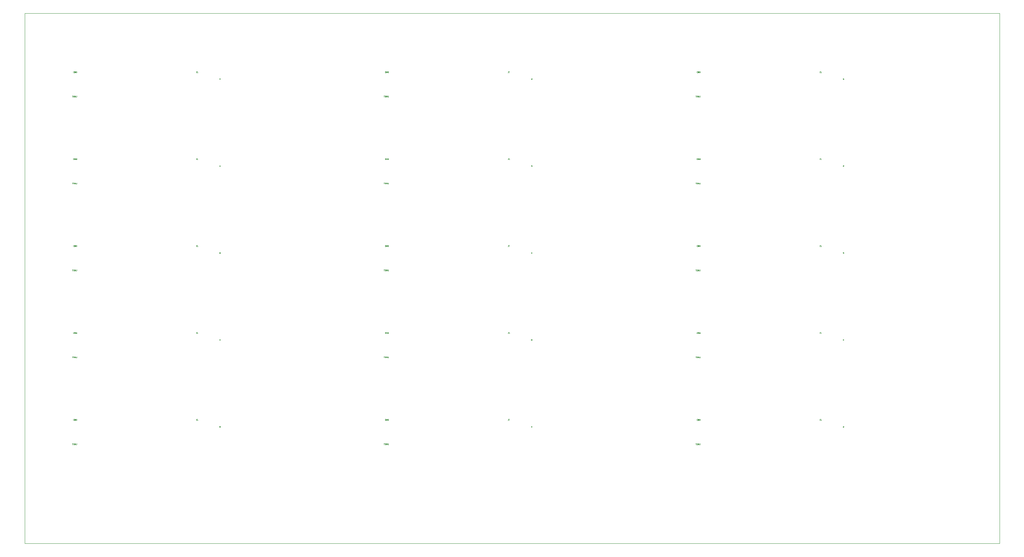
<source format=gbo>
G04*
G04 #@! TF.GenerationSoftware,Altium Limited,Altium Designer,21.4.1 (30)*
G04*
G04 Layer_Color=32896*
%FSLAX44Y44*%
%MOMM*%
G71*
G04*
G04 #@! TF.SameCoordinates,2D73B175-FFCD-4784-8361-F00341A9FACE*
G04*
G04*
G04 #@! TF.FilePolarity,Positive*
G04*
G01*
G75*
%ADD41C,0.1000*%
%ADD43C,0.2000*%
%ADD49C,0.0500*%
D41*
X2300000Y0D02*
Y1252400D01*
X-0Y0D02*
X0Y1252400D01*
X-0D02*
X2300000D01*
X0Y0D02*
X2300000D01*
D43*
X461000Y274490D02*
G03*
X461000Y276490I0J1000D01*
G01*
D02*
G03*
X461000Y274490I0J-1000D01*
G01*
X1196400D02*
G03*
X1196400Y276490I0J1000D01*
G01*
D02*
G03*
X1196400Y274490I0J-1000D01*
G01*
X1931800D02*
G03*
X1931800Y276490I0J1000D01*
G01*
D02*
G03*
X1931800Y274490I0J-1000D01*
G01*
X461000Y479861D02*
G03*
X461000Y481861I0J1000D01*
G01*
D02*
G03*
X461000Y479861I0J-1000D01*
G01*
X1196400D02*
G03*
X1196400Y481861I0J1000D01*
G01*
D02*
G03*
X1196400Y479861I0J-1000D01*
G01*
X1931800D02*
G03*
X1931800Y481861I0J1000D01*
G01*
D02*
G03*
X1931800Y479861I0J-1000D01*
G01*
X461000Y685233D02*
G03*
X461000Y687233I0J1000D01*
G01*
D02*
G03*
X461000Y685233I0J-1000D01*
G01*
X1196400D02*
G03*
X1196400Y687233I0J1000D01*
G01*
D02*
G03*
X1196400Y685233I0J-1000D01*
G01*
X1931800D02*
G03*
X1931800Y687233I0J1000D01*
G01*
D02*
G03*
X1931800Y685233I0J-1000D01*
G01*
X461000Y890604D02*
G03*
X461000Y892604I0J1000D01*
G01*
D02*
G03*
X461000Y890604I0J-1000D01*
G01*
X1196400D02*
G03*
X1196400Y892604I0J1000D01*
G01*
D02*
G03*
X1196400Y890604I0J-1000D01*
G01*
X1931800D02*
G03*
X1931800Y892604I0J1000D01*
G01*
D02*
G03*
X1931800Y890604I0J-1000D01*
G01*
X461000Y1095975D02*
G03*
X461000Y1097975I0J1000D01*
G01*
D02*
G03*
X461000Y1095975I0J-1000D01*
G01*
X1196400D02*
G03*
X1196400Y1097975I0J1000D01*
G01*
D02*
G03*
X1196400Y1095975I0J-1000D01*
G01*
X1931800D02*
G03*
X1931800Y1097975I0J1000D01*
G01*
D02*
G03*
X1931800Y1095975I0J-1000D01*
G01*
D49*
X120897Y293219D02*
X121397Y293719D01*
X122396D01*
X122896Y293219D01*
Y291220D01*
X122396Y290720D01*
X121397D01*
X120897Y291220D01*
Y292220D01*
X121896D01*
X119897Y290720D02*
Y293719D01*
X117898Y290720D01*
Y293719D01*
X116898D02*
Y290720D01*
X115398D01*
X114899Y291220D01*
Y293219D01*
X115398Y293719D01*
X116898D01*
X406700Y293899D02*
X407700D01*
X407200D01*
Y291400D01*
X407700Y290900D01*
X408200D01*
X408699Y291400D01*
X405700Y290900D02*
X404701D01*
X405201D01*
Y293899D01*
X405700Y293400D01*
X122896Y236315D02*
Y233816D01*
X122396Y233316D01*
X121397D01*
X120897Y233816D01*
Y236315D01*
X119897Y233316D02*
Y235315D01*
X118897Y236315D01*
X117898Y235315D01*
Y233316D01*
Y234816D01*
X119897D01*
X116898Y233316D02*
Y236315D01*
X115398D01*
X114899Y235815D01*
Y234816D01*
X115398Y234316D01*
X116898D01*
X115898D02*
X114899Y233316D01*
X113899Y236315D02*
X111899D01*
X112899D01*
Y233316D01*
X856297Y293219D02*
X856796Y293719D01*
X857796D01*
X858296Y293219D01*
Y291220D01*
X857796Y290720D01*
X856796D01*
X856297Y291220D01*
Y292220D01*
X857296D01*
X855297Y290720D02*
Y293719D01*
X853298Y290720D01*
Y293719D01*
X852298D02*
Y290720D01*
X850798D01*
X850299Y291220D01*
Y293219D01*
X850798Y293719D01*
X852298D01*
X1142100Y293899D02*
X1143100D01*
X1142600D01*
Y291400D01*
X1143100Y290900D01*
X1143599D01*
X1144099Y291400D01*
X1141100Y290900D02*
X1140101D01*
X1140601D01*
Y293899D01*
X1141100Y293400D01*
X858296Y236315D02*
Y233816D01*
X857796Y233316D01*
X856796D01*
X856297Y233816D01*
Y236315D01*
X855297Y233316D02*
Y235315D01*
X854297Y236315D01*
X853298Y235315D01*
Y233316D01*
Y234816D01*
X855297D01*
X852298Y233316D02*
Y236315D01*
X850798D01*
X850299Y235815D01*
Y234816D01*
X850798Y234316D01*
X852298D01*
X851298D02*
X850299Y233316D01*
X849299Y236315D02*
X847299D01*
X848299D01*
Y233316D01*
X1591697Y293219D02*
X1592197Y293719D01*
X1593196D01*
X1593696Y293219D01*
Y291220D01*
X1593196Y290720D01*
X1592197D01*
X1591697Y291220D01*
Y292220D01*
X1592696D01*
X1590697Y290720D02*
Y293719D01*
X1588698Y290720D01*
Y293719D01*
X1587698D02*
Y290720D01*
X1586198D01*
X1585699Y291220D01*
Y293219D01*
X1586198Y293719D01*
X1587698D01*
X1877500Y293899D02*
X1878500D01*
X1878000D01*
Y291400D01*
X1878500Y290900D01*
X1878999D01*
X1879499Y291400D01*
X1876500Y290900D02*
X1875501D01*
X1876001D01*
Y293899D01*
X1876500Y293400D01*
X1593696Y236315D02*
Y233816D01*
X1593196Y233316D01*
X1592197D01*
X1591697Y233816D01*
Y236315D01*
X1590697Y233316D02*
Y235315D01*
X1589697Y236315D01*
X1588698Y235315D01*
Y233316D01*
Y234816D01*
X1590697D01*
X1587698Y233316D02*
Y236315D01*
X1586198D01*
X1585699Y235815D01*
Y234816D01*
X1586198Y234316D01*
X1587698D01*
X1586698D02*
X1585699Y233316D01*
X1584699Y236315D02*
X1582700D01*
X1583699D01*
Y233316D01*
X120897Y498591D02*
X121397Y499090D01*
X122396D01*
X122896Y498591D01*
Y496591D01*
X122396Y496091D01*
X121397D01*
X120897Y496591D01*
Y497591D01*
X121896D01*
X119897Y496091D02*
Y499090D01*
X117898Y496091D01*
Y499090D01*
X116898D02*
Y496091D01*
X115398D01*
X114899Y496591D01*
Y498591D01*
X115398Y499090D01*
X116898D01*
X406700Y499271D02*
X407700D01*
X407200D01*
Y496772D01*
X407700Y496272D01*
X408200D01*
X408699Y496772D01*
X405700Y496272D02*
X404701D01*
X405201D01*
Y499271D01*
X405700Y498771D01*
X122896Y441686D02*
Y439187D01*
X122396Y438687D01*
X121397D01*
X120897Y439187D01*
Y441686D01*
X119897Y438687D02*
Y440687D01*
X118897Y441686D01*
X117898Y440687D01*
Y438687D01*
Y440187D01*
X119897D01*
X116898Y438687D02*
Y441686D01*
X115398D01*
X114899Y441186D01*
Y440187D01*
X115398Y439687D01*
X116898D01*
X115898D02*
X114899Y438687D01*
X113899Y441686D02*
X111899D01*
X112899D01*
Y438687D01*
X856297Y498591D02*
X856796Y499090D01*
X857796D01*
X858296Y498591D01*
Y496591D01*
X857796Y496091D01*
X856796D01*
X856297Y496591D01*
Y497591D01*
X857296D01*
X855297Y496091D02*
Y499090D01*
X853298Y496091D01*
Y499090D01*
X852298D02*
Y496091D01*
X850798D01*
X850299Y496591D01*
Y498591D01*
X850798Y499090D01*
X852298D01*
X1142100Y499271D02*
X1143100D01*
X1142600D01*
Y496772D01*
X1143100Y496272D01*
X1143599D01*
X1144099Y496772D01*
X1141100Y496272D02*
X1140101D01*
X1140601D01*
Y499271D01*
X1141100Y498771D01*
X858296Y441686D02*
Y439187D01*
X857796Y438687D01*
X856796D01*
X856297Y439187D01*
Y441686D01*
X855297Y438687D02*
Y440687D01*
X854297Y441686D01*
X853298Y440687D01*
Y438687D01*
Y440187D01*
X855297D01*
X852298Y438687D02*
Y441686D01*
X850798D01*
X850299Y441186D01*
Y440187D01*
X850798Y439687D01*
X852298D01*
X851298D02*
X850299Y438687D01*
X849299Y441686D02*
X847299D01*
X848299D01*
Y438687D01*
X1591697Y498591D02*
X1592197Y499090D01*
X1593196D01*
X1593696Y498591D01*
Y496591D01*
X1593196Y496091D01*
X1592197D01*
X1591697Y496591D01*
Y497591D01*
X1592696D01*
X1590697Y496091D02*
Y499090D01*
X1588698Y496091D01*
Y499090D01*
X1587698D02*
Y496091D01*
X1586198D01*
X1585699Y496591D01*
Y498591D01*
X1586198Y499090D01*
X1587698D01*
X1877500Y499271D02*
X1878500D01*
X1878000D01*
Y496772D01*
X1878500Y496272D01*
X1878999D01*
X1879499Y496772D01*
X1876500Y496272D02*
X1875501D01*
X1876001D01*
Y499271D01*
X1876500Y498771D01*
X1593696Y441686D02*
Y439187D01*
X1593196Y438687D01*
X1592197D01*
X1591697Y439187D01*
Y441686D01*
X1590697Y438687D02*
Y440687D01*
X1589697Y441686D01*
X1588698Y440687D01*
Y438687D01*
Y440187D01*
X1590697D01*
X1587698Y438687D02*
Y441686D01*
X1586198D01*
X1585699Y441186D01*
Y440187D01*
X1586198Y439687D01*
X1587698D01*
X1586698D02*
X1585699Y438687D01*
X1584699Y441686D02*
X1582700D01*
X1583699D01*
Y438687D01*
X120897Y703962D02*
X121397Y704462D01*
X122396D01*
X122896Y703962D01*
Y701963D01*
X122396Y701463D01*
X121397D01*
X120897Y701963D01*
Y702962D01*
X121896D01*
X119897Y701463D02*
Y704462D01*
X117898Y701463D01*
Y704462D01*
X116898D02*
Y701463D01*
X115398D01*
X114899Y701963D01*
Y703962D01*
X115398Y704462D01*
X116898D01*
X406700Y704642D02*
X407700D01*
X407200D01*
Y702143D01*
X407700Y701643D01*
X408200D01*
X408699Y702143D01*
X405700Y701643D02*
X404701D01*
X405201D01*
Y704642D01*
X405700Y704142D01*
X122896Y647058D02*
Y644559D01*
X122396Y644059D01*
X121397D01*
X120897Y644559D01*
Y647058D01*
X119897Y644059D02*
Y646058D01*
X118897Y647058D01*
X117898Y646058D01*
Y644059D01*
Y645558D01*
X119897D01*
X116898Y644059D02*
Y647058D01*
X115398D01*
X114899Y646558D01*
Y645558D01*
X115398Y645058D01*
X116898D01*
X115898D02*
X114899Y644059D01*
X113899Y647058D02*
X111899D01*
X112899D01*
Y644059D01*
X856297Y703962D02*
X856796Y704462D01*
X857796D01*
X858296Y703962D01*
Y701963D01*
X857796Y701463D01*
X856796D01*
X856297Y701963D01*
Y702962D01*
X857296D01*
X855297Y701463D02*
Y704462D01*
X853298Y701463D01*
Y704462D01*
X852298D02*
Y701463D01*
X850798D01*
X850299Y701963D01*
Y703962D01*
X850798Y704462D01*
X852298D01*
X1142100Y704642D02*
X1143100D01*
X1142600D01*
Y702143D01*
X1143100Y701643D01*
X1143599D01*
X1144099Y702143D01*
X1141100Y701643D02*
X1140101D01*
X1140601D01*
Y704642D01*
X1141100Y704142D01*
X858296Y647058D02*
Y644559D01*
X857796Y644059D01*
X856796D01*
X856297Y644559D01*
Y647058D01*
X855297Y644059D02*
Y646058D01*
X854297Y647058D01*
X853298Y646058D01*
Y644059D01*
Y645558D01*
X855297D01*
X852298Y644059D02*
Y647058D01*
X850798D01*
X850299Y646558D01*
Y645558D01*
X850798Y645058D01*
X852298D01*
X851298D02*
X850299Y644059D01*
X849299Y647058D02*
X847299D01*
X848299D01*
Y644059D01*
X1591697Y703962D02*
X1592197Y704462D01*
X1593196D01*
X1593696Y703962D01*
Y701963D01*
X1593196Y701463D01*
X1592197D01*
X1591697Y701963D01*
Y702962D01*
X1592696D01*
X1590697Y701463D02*
Y704462D01*
X1588698Y701463D01*
Y704462D01*
X1587698D02*
Y701463D01*
X1586198D01*
X1585699Y701963D01*
Y703962D01*
X1586198Y704462D01*
X1587698D01*
X1877500Y704642D02*
X1878500D01*
X1878000D01*
Y702143D01*
X1878500Y701643D01*
X1878999D01*
X1879499Y702143D01*
X1876500Y701643D02*
X1875501D01*
X1876001D01*
Y704642D01*
X1876500Y704142D01*
X1593696Y647058D02*
Y644559D01*
X1593196Y644059D01*
X1592197D01*
X1591697Y644559D01*
Y647058D01*
X1590697Y644059D02*
Y646058D01*
X1589697Y647058D01*
X1588698Y646058D01*
Y644059D01*
Y645558D01*
X1590697D01*
X1587698Y644059D02*
Y647058D01*
X1586198D01*
X1585699Y646558D01*
Y645558D01*
X1586198Y645058D01*
X1587698D01*
X1586698D02*
X1585699Y644059D01*
X1584699Y647058D02*
X1582700D01*
X1583699D01*
Y644059D01*
X120897Y909333D02*
X121397Y909833D01*
X122396D01*
X122896Y909333D01*
Y907334D01*
X122396Y906834D01*
X121397D01*
X120897Y907334D01*
Y908334D01*
X121896D01*
X119897Y906834D02*
Y909833D01*
X117898Y906834D01*
Y909833D01*
X116898D02*
Y906834D01*
X115398D01*
X114899Y907334D01*
Y909333D01*
X115398Y909833D01*
X116898D01*
X406700Y910014D02*
X407700D01*
X407200D01*
Y907514D01*
X407700Y907015D01*
X408200D01*
X408699Y907514D01*
X405700Y907015D02*
X404701D01*
X405201D01*
Y910014D01*
X405700Y909514D01*
X122896Y852429D02*
Y849930D01*
X122396Y849430D01*
X121397D01*
X120897Y849930D01*
Y852429D01*
X119897Y849430D02*
Y851430D01*
X118897Y852429D01*
X117898Y851430D01*
Y849430D01*
Y850930D01*
X119897D01*
X116898Y849430D02*
Y852429D01*
X115398D01*
X114899Y851929D01*
Y850930D01*
X115398Y850430D01*
X116898D01*
X115898D02*
X114899Y849430D01*
X113899Y852429D02*
X111899D01*
X112899D01*
Y849430D01*
X856297Y909333D02*
X856796Y909833D01*
X857796D01*
X858296Y909333D01*
Y907334D01*
X857796Y906834D01*
X856796D01*
X856297Y907334D01*
Y908334D01*
X857296D01*
X855297Y906834D02*
Y909833D01*
X853298Y906834D01*
Y909833D01*
X852298D02*
Y906834D01*
X850798D01*
X850299Y907334D01*
Y909333D01*
X850798Y909833D01*
X852298D01*
X1142100Y910014D02*
X1143100D01*
X1142600D01*
Y907514D01*
X1143100Y907015D01*
X1143599D01*
X1144099Y907514D01*
X1141100Y907015D02*
X1140101D01*
X1140601D01*
Y910014D01*
X1141100Y909514D01*
X858296Y852429D02*
Y849930D01*
X857796Y849430D01*
X856796D01*
X856297Y849930D01*
Y852429D01*
X855297Y849430D02*
Y851430D01*
X854297Y852429D01*
X853298Y851430D01*
Y849430D01*
Y850930D01*
X855297D01*
X852298Y849430D02*
Y852429D01*
X850798D01*
X850299Y851929D01*
Y850930D01*
X850798Y850430D01*
X852298D01*
X851298D02*
X850299Y849430D01*
X849299Y852429D02*
X847299D01*
X848299D01*
Y849430D01*
X1591697Y909333D02*
X1592197Y909833D01*
X1593196D01*
X1593696Y909333D01*
Y907334D01*
X1593196Y906834D01*
X1592197D01*
X1591697Y907334D01*
Y908334D01*
X1592696D01*
X1590697Y906834D02*
Y909833D01*
X1588698Y906834D01*
Y909833D01*
X1587698D02*
Y906834D01*
X1586198D01*
X1585699Y907334D01*
Y909333D01*
X1586198Y909833D01*
X1587698D01*
X1877500Y910014D02*
X1878500D01*
X1878000D01*
Y907514D01*
X1878500Y907015D01*
X1878999D01*
X1879499Y907514D01*
X1876500Y907015D02*
X1875501D01*
X1876001D01*
Y910014D01*
X1876500Y909514D01*
X1593696Y852429D02*
Y849930D01*
X1593196Y849430D01*
X1592197D01*
X1591697Y849930D01*
Y852429D01*
X1590697Y849430D02*
Y851430D01*
X1589697Y852429D01*
X1588698Y851430D01*
Y849430D01*
Y850930D01*
X1590697D01*
X1587698Y849430D02*
Y852429D01*
X1586198D01*
X1585699Y851929D01*
Y850930D01*
X1586198Y850430D01*
X1587698D01*
X1586698D02*
X1585699Y849430D01*
X1584699Y852429D02*
X1582700D01*
X1583699D01*
Y849430D01*
X120897Y1114705D02*
X121397Y1115204D01*
X122396D01*
X122896Y1114705D01*
Y1112705D01*
X122396Y1112206D01*
X121397D01*
X120897Y1112705D01*
Y1113705D01*
X121896D01*
X119897Y1112206D02*
Y1115204D01*
X117898Y1112206D01*
Y1115204D01*
X116898D02*
Y1112206D01*
X115398D01*
X114899Y1112705D01*
Y1114705D01*
X115398Y1115204D01*
X116898D01*
X406700Y1115385D02*
X407700D01*
X407200D01*
Y1112886D01*
X407700Y1112386D01*
X408200D01*
X408699Y1112886D01*
X405700Y1112386D02*
X404701D01*
X405201D01*
Y1115385D01*
X405700Y1114885D01*
X122896Y1057801D02*
Y1055301D01*
X122396Y1054801D01*
X121397D01*
X120897Y1055301D01*
Y1057801D01*
X119897Y1054801D02*
Y1056801D01*
X118897Y1057801D01*
X117898Y1056801D01*
Y1054801D01*
Y1056301D01*
X119897D01*
X116898Y1054801D02*
Y1057801D01*
X115398D01*
X114899Y1057301D01*
Y1056301D01*
X115398Y1055801D01*
X116898D01*
X115898D02*
X114899Y1054801D01*
X113899Y1057801D02*
X111899D01*
X112899D01*
Y1054801D01*
X856297Y1114705D02*
X856796Y1115204D01*
X857796D01*
X858296Y1114705D01*
Y1112705D01*
X857796Y1112206D01*
X856796D01*
X856297Y1112705D01*
Y1113705D01*
X857296D01*
X855297Y1112206D02*
Y1115204D01*
X853298Y1112206D01*
Y1115204D01*
X852298D02*
Y1112206D01*
X850798D01*
X850299Y1112705D01*
Y1114705D01*
X850798Y1115204D01*
X852298D01*
X1142100Y1115385D02*
X1143100D01*
X1142600D01*
Y1112886D01*
X1143100Y1112386D01*
X1143599D01*
X1144099Y1112886D01*
X1141100Y1112386D02*
X1140101D01*
X1140601D01*
Y1115385D01*
X1141100Y1114885D01*
X858296Y1057801D02*
Y1055301D01*
X857796Y1054801D01*
X856796D01*
X856297Y1055301D01*
Y1057801D01*
X855297Y1054801D02*
Y1056801D01*
X854297Y1057801D01*
X853298Y1056801D01*
Y1054801D01*
Y1056301D01*
X855297D01*
X852298Y1054801D02*
Y1057801D01*
X850798D01*
X850299Y1057301D01*
Y1056301D01*
X850798Y1055801D01*
X852298D01*
X851298D02*
X850299Y1054801D01*
X849299Y1057801D02*
X847299D01*
X848299D01*
Y1054801D01*
X1591697Y1114705D02*
X1592197Y1115204D01*
X1593196D01*
X1593696Y1114705D01*
Y1112705D01*
X1593196Y1112206D01*
X1592197D01*
X1591697Y1112705D01*
Y1113705D01*
X1592696D01*
X1590697Y1112206D02*
Y1115204D01*
X1588698Y1112206D01*
Y1115204D01*
X1587698D02*
Y1112206D01*
X1586198D01*
X1585699Y1112705D01*
Y1114705D01*
X1586198Y1115204D01*
X1587698D01*
X1877500Y1115385D02*
X1878500D01*
X1878000D01*
Y1112886D01*
X1878500Y1112386D01*
X1878999D01*
X1879499Y1112886D01*
X1876500Y1112386D02*
X1875501D01*
X1876001D01*
Y1115385D01*
X1876500Y1114885D01*
X1593696Y1057801D02*
Y1055301D01*
X1593196Y1054801D01*
X1592197D01*
X1591697Y1055301D01*
Y1057801D01*
X1590697Y1054801D02*
Y1056801D01*
X1589697Y1057801D01*
X1588698Y1056801D01*
Y1054801D01*
Y1056301D01*
X1590697D01*
X1587698Y1054801D02*
Y1057801D01*
X1586198D01*
X1585699Y1057301D01*
Y1056301D01*
X1586198Y1055801D01*
X1587698D01*
X1586698D02*
X1585699Y1054801D01*
X1584699Y1057801D02*
X1582700D01*
X1583699D01*
Y1054801D01*
M02*

</source>
